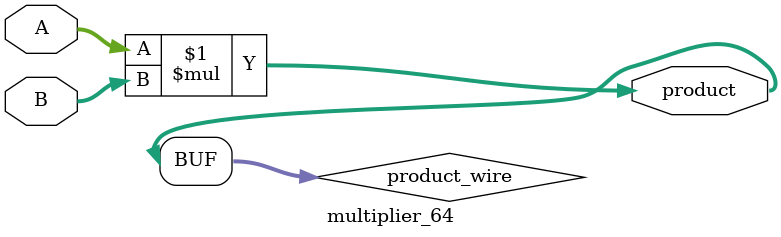
<source format=v>
module multiplier_64(output [127:0] product, input [63:0] A, B);

    wire [127:0] product_wire;

    assign product_wire = A * B;

    assign product = product_wire;

endmodule
</source>
